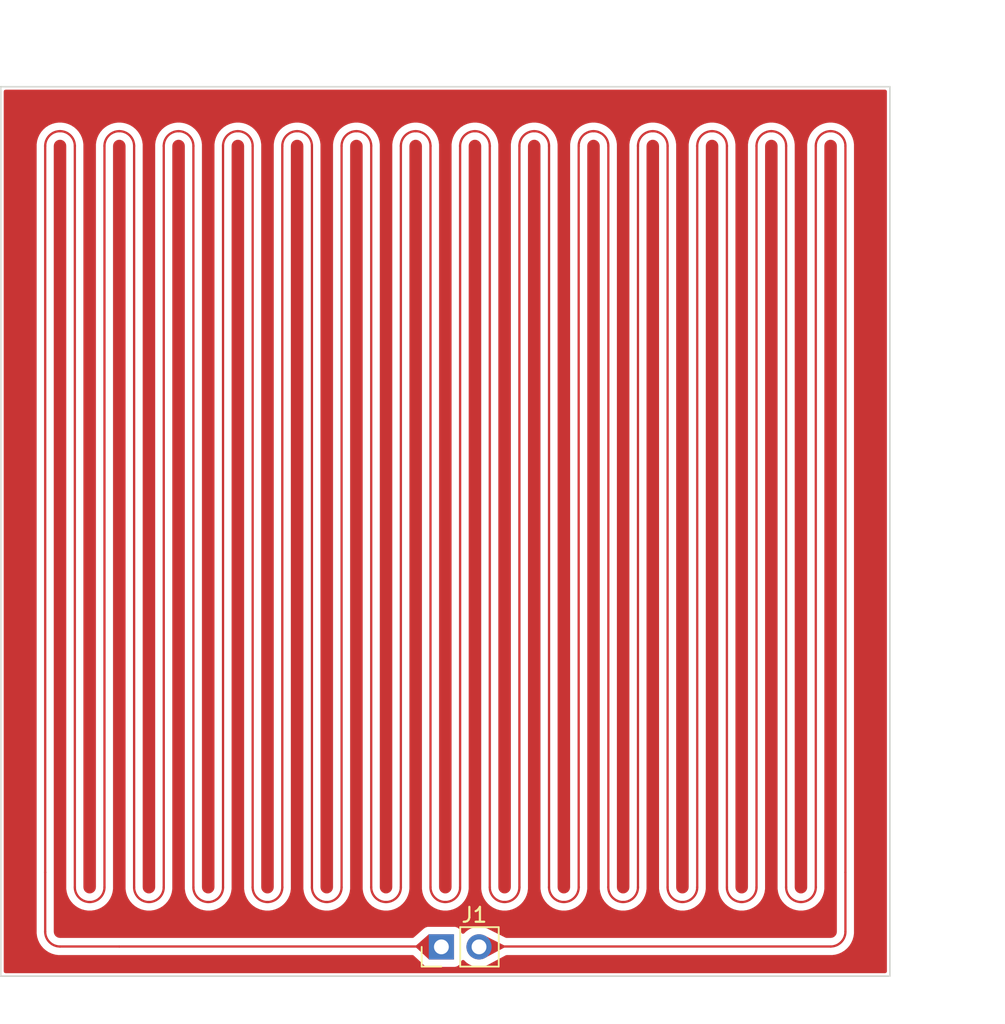
<source format=kicad_pcb>
(kicad_pcb (version 20221018) (generator pcbnew)
  (title_block (title "Reflow Plate Heatbed 60x60 mm") (date "2023-03-19") (rev "v1.0.0") (company "I. Kajdan"))
  (layers (0 "F.Cu" signal) (31 "B.Cu" signal) (37 "F.SilkS" user "F.Silkscreen") (44 "Edge.Cuts" user))
  (net 0 "")
  (net 1 "Net-(J1-Pin_1)")
  (footprint "Connector_PinHeader_2.54mm:PinHeader_1x02_P2.54mm_Vertical" (layer "F.Cu") (at 148.735 131.025 90)
    (fp_text reference "J1" (at 2.15 2.22) (layer "F.SilkS"))
    (fp_text value "PWR")
    (fp_line (start -1.33 -1.33) (end 0 -1.33) (stroke (width 0.12)) (layer "F.SilkS"))
    (fp_line (start -1.33 0) (end -1.33 -1.33) (stroke (width 0.12)) (layer "F.SilkS"))
    (fp_line (start -1.33 1.27) (end -1.33 3.87) (stroke (width 0.12)) (layer "F.SilkS"))
    (fp_line (start -1.33 1.27) (end 1.33 1.27) (stroke (width 0.12)) (layer "F.SilkS"))
    (fp_line (start -1.33 3.87) (end 1.33 3.87) (stroke (width 0.12)) (layer "F.SilkS"))
    (fp_line (start 1.33 1.27) (end 1.33 3.87) (stroke (width 0.12)) (layer "F.SilkS"))
    (pad "1" thru_hole rect (at 0 0 90) (size 1.7 1.7) (drill 1) (layers "*.Cu" "*.Mask") (net 1 "Net-(J1-Pin_1)"))
    (pad "2" thru_hole oval (at 0 2.54 90) (size 1.7 1.7) (drill 1) (layers "*.Cu" "*.Mask") (net 1 "Net-(J1-Pin_1)"))
  )
  (gr_line (start 179 133) (end 119 133) (stroke (width 0.1)) (layer "Edge.Cuts"))
  (gr_line (start 119 133) (end 119 73) (stroke (width 0.1)) (layer "Edge.Cuts"))
  (gr_line (start 119 73) (end 179 73) (stroke (width 0.1)) (layer "Edge.Cuts"))
  (gr_line (start 179 73) (end 179 133) (stroke (width 0.1)) (layer "Edge.Cuts"))
  (segment (start 162 127) (end 162 77) (width 0.154) (layer "F.Cu") (net 1))
  (segment (start 151.317677 131) (end 175 131) (width 0.154) (layer "F.Cu") (net 1))
  (segment (start 151.275 131.025) (end 151.2875 131.0125) (width 0.154) (layer "F.Cu") (net 1))
  (segment (start 140 77) (end 140 127) (width 0.154) (layer "F.Cu") (net 1))
  (segment (start 170 127) (end 170 77) (width 0.154) (layer "F.Cu") (net 1))
  (segment (start 132 77) (end 132 127) (width 0.154) (layer "F.Cu") (net 1))
  (segment (start 148.7225 131.0125) (end 148.735 131.025) (width 0.154) (layer "F.Cu") (net 1))
  (segment (start 156 127) (end 156 77) (width 0.154) (layer "F.Cu") (net 1))
  (segment (start 176 130) (end 176 126) (width 0.154) (layer "F.Cu") (net 1))
  (segment (start 124 127) (end 124 77) (width 0.154) (layer "F.Cu") (net 1))
  (segment (start 138 77) (end 138 127) (width 0.154) (layer "F.Cu") (net 1))
  (segment (start 176 126) (end 176 77) (width 0.154) (layer "F.Cu") (net 1))
  (segment (start 146 77) (end 146 127) (width 0.154) (layer "F.Cu") (net 1))
  (segment (start 150 77) (end 150 127) (width 0.154) (layer "F.Cu") (net 1))
  (segment (start 130 127) (end 130 77) (width 0.154) (layer "F.Cu") (net 1))
  (segment (start 154 127) (end 154 77) (width 0.154) (layer "F.Cu") (net 1))
  (segment (start 122 126) (end 122 77) (width 0.154) (layer "F.Cu") (net 1))
  (segment (start 168 127) (end 168 77) (width 0.154) (layer "F.Cu") (net 1))
  (segment (start 142 77) (end 142 127) (width 0.154) (layer "F.Cu") (net 1))
  (segment (start 134 77) (end 134 127) (width 0.154) (layer "F.Cu") (net 1))
  (segment (start 172 127) (end 172 77) (width 0.154) (layer "F.Cu") (net 1))
  (segment (start 148 77) (end 148 127) (width 0.154) (layer "F.Cu") (net 1))
  (segment (start 128 127) (end 128 77) (width 0.154) (layer "F.Cu") (net 1))
  (segment (start 160 127) (end 160 77) (width 0.154) (layer "F.Cu") (net 1))
  (segment (start 174 127) (end 174 77) (width 0.154) (layer "F.Cu") (net 1))
  (segment (start 126.999999 131) (end 148.692322 131) (width 0.154) (layer "F.Cu") (net 1))
  (segment (start 144 77) (end 144 127) (width 0.154) (layer "F.Cu") (net 1))
  (segment (start 166 127) (end 166 77) (width 0.154) (layer "F.Cu") (net 1))
  (segment (start 158 127) (end 158 77) (width 0.154) (layer "F.Cu") (net 1))
  (segment (start 126 127) (end 126 77) (width 0.154) (layer "F.Cu") (net 1))
  (segment (start 152 77) (end 152 127) (width 0.154) (layer "F.Cu") (net 1))
  (segment (start 136 77) (end 136 127) (width 0.154) (layer "F.Cu") (net 1))
  (segment (start 122 126) (end 122 130) (width 0.154) (layer "F.Cu") (net 1))
  (segment (start 164 127) (end 164 77) (width 0.154) (layer "F.Cu") (net 1))
  (segment (start 123 131) (end 127 131) (width 0.154) (layer "F.Cu") (net 1))
  (arc (start 122 130) (mid 122.292893 130.707106) (end 123 131) (width 0.154) (layer "F.Cu") (net 1))
  (arc (start 135 76) (mid 134.292893 76.292893) (end 134 77) (width 0.154) (layer "F.Cu") (net 1))
  (arc (start 168 127) (mid 168.292893 127.707106) (end 169 128) (width 0.154) (layer "F.Cu") (net 1))
  (arc (start 143 76) (mid 142.292893 76.292893) (end 142 77) (width 0.154) (layer "F.Cu") (net 1))
  (arc (start 156 127) (mid 156.292893 127.707106) (end 157 128) (width 0.154) (layer "F.Cu") (net 1))
  (arc (start 142 127) (mid 141.707106 127.707106) (end 141 128) (width 0.154) (layer "F.Cu") (net 1))
  (arc (start 130 127) (mid 129.707106 127.707106) (end 129 128) (width 0.154) (layer "F.Cu") (net 1))
  (arc (start 128 127) (mid 128.292893 127.707106) (end 129 128) (width 0.154) (layer "F.Cu") (net 1))
  (arc (start 148 77) (mid 147.707106 76.292893) (end 147 76) (width 0.154) (layer "F.Cu") (net 1))
  (arc (start 170 127) (mid 169.707106 127.707106) (end 169 128) (width 0.154) (layer "F.Cu") (net 1))
  (arc (start 176 77) (mid 175.707106 76.292893) (end 175 76) (width 0.154) (layer "F.Cu") (net 1))
  (arc (start 123 76) (mid 122.292893 76.292893) (end 122 77) (width 0.154) (layer "F.Cu") (net 1))
  (arc (start 132 77) (mid 131.707106 76.292893) (end 131 76) (width 0.154) (layer "F.Cu") (net 1))
  (arc (start 146 127) (mid 145.707106 127.707106) (end 145 128) (width 0.154) (layer "F.Cu") (net 1))
  (arc (start 155 76) (mid 154.292893 76.292893) (end 154 77) (width 0.154) (layer "F.Cu") (net 1))
  (arc (start 172 127) (mid 172.292893 127.707106) (end 173 128) (width 0.154) (layer "F.Cu") (net 1))
  (arc (start 136 77) (mid 135.707106 76.292893) (end 135 76) (width 0.154) (layer "F.Cu") (net 1))
  (arc (start 131 76) (mid 130.292893 76.292893) (end 130 77) (width 0.154) (layer "F.Cu") (net 1))
  (arc (start 164 77) (mid 163.707106 76.292893) (end 163 76) (width 0.154) (layer "F.Cu") (net 1))
  (arc (start 144 127) (mid 144.292893 127.707106) (end 145 128) (width 0.154) (layer "F.Cu") (net 1))
  (arc (start 158 127) (mid 157.707106 127.707106) (end 157 128) (width 0.154) (layer "F.Cu") (net 1))
  (arc (start 162 127) (mid 161.707106 127.707106) (end 161 128) (width 0.154) (layer "F.Cu") (net 1))
  (arc (start 156 77) (mid 155.707106 76.292893) (end 155 76) (width 0.154) (layer "F.Cu") (net 1))
  (arc (start 154 127) (mid 153.707106 127.707106) (end 153 128) (width 0.154) (layer "F.Cu") (net 1))
  (arc (start 139 76) (mid 138.292893 76.292893) (end 138 77) (width 0.154) (layer "F.Cu") (net 1))
  (arc (start 168 77) (mid 167.707106 76.292893) (end 167 76) (width 0.154) (layer "F.Cu") (net 1))
  (arc (start 174 127) (mid 173.707106 127.707106) (end 173 128) (width 0.154) (layer "F.Cu") (net 1))
  (arc (start 172 77) (mid 171.707106 76.292893) (end 171 76) (width 0.154) (layer "F.Cu") (net 1))
  (arc (start 134 127) (mid 133.707106 127.707106) (end 133 128) (width 0.154) (layer "F.Cu") (net 1))
  (arc (start 160 127) (mid 160.292893 127.707106) (end 161 128) (width 0.154) (layer "F.Cu") (net 1))
  (arc (start 166 127) (mid 165.707106 127.707106) (end 165 128) (width 0.154) (layer "F.Cu") (net 1))
  (arc (start 175 76) (mid 174.292893 76.292893) (end 174 77) (width 0.154) (layer "F.Cu") (net 1))
  (arc (start 127 76) (mid 126.292893 76.292893) (end 126 77) (width 0.154) (layer "F.Cu") (net 1))
  (arc (start 140 77) (mid 139.707106 76.292893) (end 139 76) (width 0.154) (layer "F.Cu") (net 1))
  (arc (start 147 76) (mid 146.292893 76.292893) (end 146 77) (width 0.154) (layer "F.Cu") (net 1))
  (arc (start 175 131) (mid 175.707106 130.707106) (end 176 130) (width 0.154) (layer "F.Cu") (net 1))
  (arc (start 151.2875 131.0125) (mid 151.301345 131.003248) (end 151.317677 131) (width 0.154) (layer "F.Cu") (net 1))
  (arc (start 136 127) (mid 136.292893 127.707106) (end 137 128) (width 0.154) (layer "F.Cu") (net 1))
  (arc (start 124 127) (mid 124.292893 127.707106) (end 125 128) (width 0.154) (layer "F.Cu") (net 1))
  (arc (start 167 76) (mid 166.292893 76.292893) (end 166 77) (width 0.154) (layer "F.Cu") (net 1))
  (arc (start 148 127) (mid 148.292893 127.707106) (end 149 128) (width 0.154) (layer "F.Cu") (net 1))
  (arc (start 124 77) (mid 123.707106 76.292893) (end 123 76) (width 0.154) (layer "F.Cu") (net 1))
  (arc (start 148.7225 131.0125) (mid 148.708654 131.003248) (end 148.692322 131) (width 0.154) (layer "F.Cu") (net 1))
  (arc (start 151 76) (mid 150.292893 76.292893) (end 150 77) (width 0.154) (layer "F.Cu") (net 1))
  (arc (start 132 127) (mid 132.292893 127.707106) (end 133 128) (width 0.154) (layer "F.Cu") (net 1))
  (arc (start 138 127) (mid 137.707106 127.707106) (end 137 128) (width 0.154) (layer "F.Cu") (net 1))
  (arc (start 159 76) (mid 158.292893 76.292893) (end 158 77) (width 0.154) (layer "F.Cu") (net 1))
  (arc (start 128 77) (mid 127.707106 76.292893) (end 127 76) (width 0.154) (layer "F.Cu") (net 1))
  (arc (start 152 127) (mid 152.292893 127.707106) (end 153 128) (width 0.154) (layer "F.Cu") (net 1))
  (arc (start 150 127) (mid 149.707106 127.707106) (end 149 128) (width 0.154) (layer "F.Cu") (net 1))
  (arc (start 144 77) (mid 143.707106 76.292893) (end 143 76) (width 0.154) (layer "F.Cu") (net 1))
  (arc (start 152 77) (mid 151.707106 76.292893) (end 151 76) (width 0.154) (layer "F.Cu") (net 1))
  (arc (start 163 76) (mid 162.292893 76.292893) (end 162 77) (width 0.154) (layer "F.Cu") (net 1))
  (arc (start 160 77) (mid 159.707106 76.292893) (end 159 76) (width 0.154) (layer "F.Cu") (net 1))
  (arc (start 164 127) (mid 164.292893 127.707106) (end 165 128) (width 0.154) (layer "F.Cu") (net 1))
  (arc (start 171 76) (mid 170.292893 76.292893) (end 170 77) (width 0.154) (layer "F.Cu") (net 1))
  (arc (start 126 127) (mid 125.707106 127.707106) (end 125 128) (width 0.154) (layer "F.Cu") (net 1))
  (arc (start 140 127) (mid 140.292893 127.707106) (end 141 128) (width 0.154) (layer "F.Cu") (net 1))
  (zone (net 0) (net_name "") (layer "F.Cu") (connect_pads (clearance 0.5)) (min_thickness 0.25) (fill yes (thermal_gap 0.5) (thermal_bridge_width 0.5) (island_removal_mode 1) (island_area_min 10))
    (polygon (pts (xy 119 73) (xy 179 73) (xy 179 133) (xy 119 133)))
  )
)
</source>
